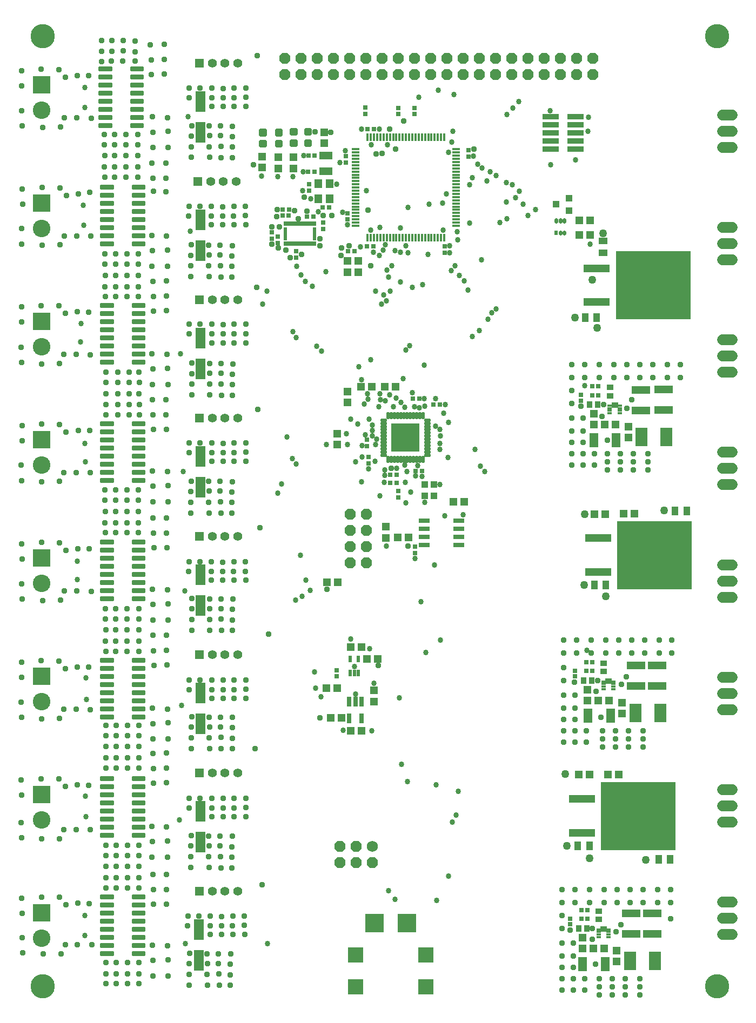
<source format=gbr>
G04 EAGLE Gerber RS-274X export*
G75*
%MOMM*%
%FSLAX34Y34*%
%LPD*%
%INSoldermask Top*%
%IPPOS*%
%AMOC8*
5,1,8,0,0,1.08239X$1,22.5*%
G01*
%ADD10R,0.803200X0.803200*%
%ADD11R,2.923200X1.163200*%
%ADD12R,0.903200X1.103200*%
%ADD13R,1.203200X1.303200*%
%ADD14R,1.473200X2.263200*%
%ADD15R,1.103200X0.903200*%
%ADD16R,1.303200X1.203200*%
%ADD17R,1.003200X1.403200*%
%ADD18R,1.403200X1.003200*%
%ADD19R,4.114800X1.193800*%
%ADD20R,11.658600X10.642600*%
%ADD21C,0.505344*%
%ADD22R,1.411200X1.411200*%
%ADD23C,1.411200*%
%ADD24R,1.300000X0.350000*%
%ADD25R,0.350000X1.300000*%
%ADD26R,2.603200X0.963200*%
%ADD27R,1.903200X3.003200*%
%ADD28C,0.353406*%
%ADD29R,1.103200X1.003200*%
%ADD30R,0.803200X0.703200*%
%ADD31R,0.703200X0.803200*%
%ADD32C,1.727200*%
%ADD33P,1.869504X8X202.500000*%
%ADD34C,1.727200*%
%ADD35R,0.660400X0.457200*%
%ADD36R,1.041400X0.914400*%
%ADD37R,2.903200X2.903200*%
%ADD38R,2.453200X2.453200*%
%ADD39C,0.384453*%
%ADD40R,4.403200X4.403200*%
%ADD41R,1.701800X0.736600*%
%ADD42R,0.623200X0.803200*%
%ADD43C,0.623200*%
%ADD44R,0.711200X1.524000*%
%ADD45R,0.508000X1.079500*%
%ADD46R,2.753200X2.753200*%
%ADD47C,2.753200*%
%ADD48R,1.003200X1.103200*%
%ADD49R,2.003200X1.203200*%
%ADD50R,1.303200X1.403200*%
%ADD51P,1.869504X8X292.500000*%
%ADD52R,1.603200X3.203200*%
%ADD53R,0.503200X0.728200*%
%ADD54R,0.628200X0.503200*%
%ADD55C,3.803200*%
%ADD56C,0.863600*%
%ADD57C,0.959600*%
%ADD58C,1.259600*%


D10*
X612568Y1056640D03*
X602568Y1056640D03*
D11*
X1101344Y738638D03*
X1101344Y771138D03*
X1136396Y739146D03*
X1136396Y771646D03*
D12*
X1020676Y747776D03*
X1033676Y747776D03*
D13*
X1081532Y696096D03*
X1081532Y713096D03*
D14*
X1062506Y691896D03*
X1027406Y691896D03*
D15*
X1052576Y761596D03*
X1052576Y774596D03*
D13*
X1027176Y733416D03*
X1027176Y716416D03*
X1071372Y263788D03*
X1071372Y280788D03*
D14*
X1053362Y260096D03*
X1018262Y260096D03*
D10*
X581152Y1093136D03*
X581152Y1083136D03*
D11*
X1093724Y306838D03*
X1093724Y339338D03*
X1126744Y306838D03*
X1126744Y339338D03*
D12*
X1011024Y315468D03*
X1024024Y315468D03*
D15*
X1042924Y329288D03*
X1042924Y342288D03*
D13*
X1017524Y301108D03*
X1017524Y284108D03*
D16*
X1043804Y-104648D03*
X1026804Y-104648D03*
D13*
X1063244Y-124832D03*
X1063244Y-107832D03*
D14*
X1045234Y-129032D03*
X1010134Y-129032D03*
D10*
X589708Y1113028D03*
X579708Y1113028D03*
D11*
X1086104Y-81782D03*
X1086104Y-49282D03*
X1119124Y-81782D03*
X1119124Y-49282D03*
D12*
X1003404Y-73152D03*
X1016404Y-73152D03*
D15*
X1035304Y-59332D03*
X1035304Y-46332D03*
D13*
X1009904Y-87512D03*
X1009904Y-104512D03*
D17*
X1172828Y581152D03*
X1154828Y581152D03*
X1146920Y35052D03*
X1128920Y35052D03*
X1046336Y464820D03*
X1028336Y464820D03*
D10*
X590216Y1138428D03*
X580216Y1138428D03*
X743792Y756920D03*
X753792Y756920D03*
X748364Y643636D03*
X758364Y643636D03*
X776304Y747776D03*
X786304Y747776D03*
X747268Y525192D03*
X747268Y515192D03*
X718232Y625348D03*
X708232Y625348D03*
X674624Y665908D03*
X674624Y655908D03*
X718232Y638048D03*
X708232Y638048D03*
X671576Y682832D03*
X671576Y692832D03*
D16*
X625212Y303022D03*
X608212Y303022D03*
D17*
X1032112Y883920D03*
X1014112Y883920D03*
D16*
X663566Y236474D03*
X646566Y236474D03*
D13*
X683006Y282584D03*
X683006Y299584D03*
D16*
X646820Y367792D03*
X663820Y367792D03*
D18*
X1041908Y986172D03*
X1041908Y1004172D03*
D17*
X1020428Y56388D03*
X1002428Y56388D03*
D16*
X1051424Y283972D03*
X1034424Y283972D03*
X1061076Y716280D03*
X1044076Y716280D03*
D19*
X1033907Y538464D03*
D20*
X1122680Y512064D03*
D19*
X1033907Y485664D03*
X1008507Y129524D03*
D20*
X1097280Y103124D03*
D19*
X1008507Y76724D03*
X1031875Y961628D03*
D20*
X1120648Y935228D03*
D19*
X1031875Y908828D03*
D21*
X512506Y1160072D02*
X505526Y1160072D01*
X512506Y1160072D02*
X512506Y1153092D01*
X505526Y1153092D01*
X505526Y1160072D01*
X505526Y1157892D02*
X512506Y1157892D01*
X512506Y1177612D02*
X505526Y1177612D01*
X512506Y1177612D02*
X512506Y1170632D01*
X505526Y1170632D01*
X505526Y1177612D01*
X505526Y1175432D02*
X512506Y1175432D01*
X530418Y1160072D02*
X537398Y1160072D01*
X537398Y1153092D01*
X530418Y1153092D01*
X530418Y1160072D01*
X530418Y1157892D02*
X537398Y1157892D01*
X537398Y1177612D02*
X530418Y1177612D01*
X537398Y1177612D02*
X537398Y1170632D01*
X530418Y1170632D01*
X530418Y1177612D01*
X530418Y1175432D02*
X537398Y1175432D01*
X553786Y1161088D02*
X560766Y1161088D01*
X560766Y1154108D01*
X553786Y1154108D01*
X553786Y1161088D01*
X553786Y1158908D02*
X560766Y1158908D01*
X560766Y1178628D02*
X553786Y1178628D01*
X560766Y1178628D02*
X560766Y1171648D01*
X553786Y1171648D01*
X553786Y1178628D01*
X553786Y1176448D02*
X560766Y1176448D01*
D22*
X409420Y1283120D03*
D23*
X429420Y1283120D03*
X449420Y1283120D03*
X469420Y1283120D03*
D22*
X406880Y1097700D03*
D23*
X426880Y1097700D03*
X446880Y1097700D03*
X466880Y1097700D03*
D22*
X409420Y726860D03*
D23*
X429420Y726860D03*
X449420Y726860D03*
X469420Y726860D03*
D22*
X409420Y541440D03*
D23*
X429420Y541440D03*
X449420Y541440D03*
X469420Y541440D03*
D22*
X409420Y356020D03*
D23*
X429420Y356020D03*
X449420Y356020D03*
X469420Y356020D03*
D22*
X409420Y170600D03*
D23*
X429420Y170600D03*
X449420Y170600D03*
X469420Y170600D03*
D22*
X409420Y-14820D03*
D23*
X429420Y-14820D03*
X449420Y-14820D03*
X469420Y-14820D03*
D24*
X654544Y1148136D03*
X654544Y1143136D03*
X654544Y1138136D03*
X654544Y1133136D03*
X654544Y1128136D03*
X654544Y1123136D03*
X654544Y1118136D03*
X654544Y1113136D03*
X654544Y1108136D03*
X654544Y1103136D03*
X654544Y1098136D03*
X654544Y1093136D03*
X654544Y1088136D03*
X654544Y1083136D03*
X654544Y1078136D03*
X654544Y1073136D03*
X654544Y1068136D03*
X654544Y1063136D03*
X654544Y1058136D03*
X654544Y1053136D03*
X654544Y1048136D03*
X654544Y1043136D03*
X654544Y1038136D03*
X654544Y1033136D03*
X654544Y1028136D03*
D25*
X673044Y1009636D03*
X678044Y1009636D03*
X683044Y1009636D03*
X688044Y1009636D03*
X693044Y1009636D03*
X698044Y1009636D03*
X703044Y1009636D03*
X708044Y1009636D03*
X713044Y1009636D03*
X718044Y1009636D03*
X723044Y1009636D03*
X728044Y1009636D03*
X733044Y1009636D03*
X738044Y1009636D03*
X743044Y1009636D03*
X748044Y1009636D03*
X753044Y1009636D03*
X758044Y1009636D03*
X763044Y1009636D03*
X768044Y1009636D03*
X773044Y1009636D03*
X778044Y1009636D03*
X783044Y1009636D03*
X788044Y1009636D03*
X793044Y1009636D03*
D24*
X811544Y1028136D03*
X811544Y1033136D03*
X811544Y1038136D03*
X811544Y1043136D03*
X811544Y1048136D03*
X811544Y1053136D03*
X811544Y1058136D03*
X811544Y1063136D03*
X811544Y1068136D03*
X811544Y1073136D03*
X811544Y1078136D03*
X811544Y1083136D03*
X811544Y1088136D03*
X811544Y1093136D03*
X811544Y1098136D03*
X811544Y1103136D03*
X811544Y1108136D03*
X811544Y1113136D03*
X811544Y1118136D03*
X811544Y1123136D03*
X811544Y1128136D03*
X811544Y1133136D03*
X811544Y1138136D03*
X811544Y1143136D03*
X811544Y1148136D03*
D25*
X793044Y1166636D03*
X788044Y1166636D03*
X783044Y1166636D03*
X778044Y1166636D03*
X773044Y1166636D03*
X768044Y1166636D03*
X763044Y1166636D03*
X758044Y1166636D03*
X753044Y1166636D03*
X748044Y1166636D03*
X743044Y1166636D03*
X738044Y1166636D03*
X733044Y1166636D03*
X728044Y1166636D03*
X723044Y1166636D03*
X718044Y1166636D03*
X713044Y1166636D03*
X708044Y1166636D03*
X703044Y1166636D03*
X698044Y1166636D03*
X693044Y1166636D03*
X688044Y1166636D03*
X683044Y1166636D03*
X678044Y1166636D03*
X673044Y1166636D03*
D26*
X998416Y1173480D03*
X998416Y1160780D03*
X998416Y1148080D03*
X998416Y1186180D03*
X998416Y1198880D03*
X959416Y1198880D03*
X959416Y1186180D03*
X959416Y1173480D03*
X959416Y1160780D03*
X959416Y1148080D03*
D22*
X409420Y912280D03*
D23*
X429420Y912280D03*
X449420Y912280D03*
X469420Y912280D03*
D27*
X1131512Y264668D03*
X1092512Y264668D03*
X1140656Y696976D03*
X1101656Y696976D03*
X1123384Y-123952D03*
X1084384Y-123952D03*
D28*
X271369Y1271561D02*
X253171Y1271561D01*
X253171Y1276059D01*
X271369Y1276059D01*
X271369Y1271561D01*
X271369Y1274918D02*
X253171Y1274918D01*
X253171Y1258861D02*
X271369Y1258861D01*
X253171Y1258861D02*
X253171Y1263359D01*
X271369Y1263359D01*
X271369Y1258861D01*
X271369Y1262218D02*
X253171Y1262218D01*
X253171Y1246161D02*
X271369Y1246161D01*
X253171Y1246161D02*
X253171Y1250659D01*
X271369Y1250659D01*
X271369Y1246161D01*
X271369Y1249518D02*
X253171Y1249518D01*
X253171Y1233461D02*
X271369Y1233461D01*
X253171Y1233461D02*
X253171Y1237959D01*
X271369Y1237959D01*
X271369Y1233461D01*
X271369Y1236818D02*
X253171Y1236818D01*
X253171Y1220761D02*
X271369Y1220761D01*
X253171Y1220761D02*
X253171Y1225259D01*
X271369Y1225259D01*
X271369Y1220761D01*
X271369Y1224118D02*
X253171Y1224118D01*
X253171Y1208061D02*
X271369Y1208061D01*
X253171Y1208061D02*
X253171Y1212559D01*
X271369Y1212559D01*
X271369Y1208061D01*
X271369Y1211418D02*
X253171Y1211418D01*
X253171Y1195361D02*
X271369Y1195361D01*
X253171Y1195361D02*
X253171Y1199859D01*
X271369Y1199859D01*
X271369Y1195361D01*
X271369Y1198718D02*
X253171Y1198718D01*
X253171Y1182661D02*
X271369Y1182661D01*
X253171Y1182661D02*
X253171Y1187159D01*
X271369Y1187159D01*
X271369Y1182661D01*
X271369Y1186018D02*
X253171Y1186018D01*
X302671Y1182661D02*
X320869Y1182661D01*
X302671Y1182661D02*
X302671Y1187159D01*
X320869Y1187159D01*
X320869Y1182661D01*
X320869Y1186018D02*
X302671Y1186018D01*
X302671Y1195361D02*
X320869Y1195361D01*
X302671Y1195361D02*
X302671Y1199859D01*
X320869Y1199859D01*
X320869Y1195361D01*
X320869Y1198718D02*
X302671Y1198718D01*
X302671Y1208061D02*
X320869Y1208061D01*
X302671Y1208061D02*
X302671Y1212559D01*
X320869Y1212559D01*
X320869Y1208061D01*
X320869Y1211418D02*
X302671Y1211418D01*
X302671Y1220761D02*
X320869Y1220761D01*
X302671Y1220761D02*
X302671Y1225259D01*
X320869Y1225259D01*
X320869Y1220761D01*
X320869Y1224118D02*
X302671Y1224118D01*
X302671Y1233461D02*
X320869Y1233461D01*
X302671Y1233461D02*
X302671Y1237959D01*
X320869Y1237959D01*
X320869Y1233461D01*
X320869Y1236818D02*
X302671Y1236818D01*
X302671Y1246161D02*
X320869Y1246161D01*
X302671Y1246161D02*
X302671Y1250659D01*
X320869Y1250659D01*
X320869Y1246161D01*
X320869Y1249518D02*
X302671Y1249518D01*
X302671Y1258861D02*
X320869Y1258861D01*
X302671Y1258861D02*
X302671Y1263359D01*
X320869Y1263359D01*
X320869Y1258861D01*
X320869Y1262218D02*
X302671Y1262218D01*
X302671Y1271561D02*
X320869Y1271561D01*
X302671Y1271561D02*
X302671Y1276059D01*
X320869Y1276059D01*
X320869Y1271561D01*
X320869Y1274918D02*
X302671Y1274918D01*
X273909Y1086141D02*
X255711Y1086141D01*
X255711Y1090639D01*
X273909Y1090639D01*
X273909Y1086141D01*
X273909Y1089498D02*
X255711Y1089498D01*
X255711Y1073441D02*
X273909Y1073441D01*
X255711Y1073441D02*
X255711Y1077939D01*
X273909Y1077939D01*
X273909Y1073441D01*
X273909Y1076798D02*
X255711Y1076798D01*
X255711Y1060741D02*
X273909Y1060741D01*
X255711Y1060741D02*
X255711Y1065239D01*
X273909Y1065239D01*
X273909Y1060741D01*
X273909Y1064098D02*
X255711Y1064098D01*
X255711Y1048041D02*
X273909Y1048041D01*
X255711Y1048041D02*
X255711Y1052539D01*
X273909Y1052539D01*
X273909Y1048041D01*
X273909Y1051398D02*
X255711Y1051398D01*
X255711Y1035341D02*
X273909Y1035341D01*
X255711Y1035341D02*
X255711Y1039839D01*
X273909Y1039839D01*
X273909Y1035341D01*
X273909Y1038698D02*
X255711Y1038698D01*
X255711Y1022641D02*
X273909Y1022641D01*
X255711Y1022641D02*
X255711Y1027139D01*
X273909Y1027139D01*
X273909Y1022641D01*
X273909Y1025998D02*
X255711Y1025998D01*
X255711Y1009941D02*
X273909Y1009941D01*
X255711Y1009941D02*
X255711Y1014439D01*
X273909Y1014439D01*
X273909Y1009941D01*
X273909Y1013298D02*
X255711Y1013298D01*
X255711Y997241D02*
X273909Y997241D01*
X255711Y997241D02*
X255711Y1001739D01*
X273909Y1001739D01*
X273909Y997241D01*
X273909Y1000598D02*
X255711Y1000598D01*
X305211Y997241D02*
X323409Y997241D01*
X305211Y997241D02*
X305211Y1001739D01*
X323409Y1001739D01*
X323409Y997241D01*
X323409Y1000598D02*
X305211Y1000598D01*
X305211Y1009941D02*
X323409Y1009941D01*
X305211Y1009941D02*
X305211Y1014439D01*
X323409Y1014439D01*
X323409Y1009941D01*
X323409Y1013298D02*
X305211Y1013298D01*
X305211Y1022641D02*
X323409Y1022641D01*
X305211Y1022641D02*
X305211Y1027139D01*
X323409Y1027139D01*
X323409Y1022641D01*
X323409Y1025998D02*
X305211Y1025998D01*
X305211Y1035341D02*
X323409Y1035341D01*
X305211Y1035341D02*
X305211Y1039839D01*
X323409Y1039839D01*
X323409Y1035341D01*
X323409Y1038698D02*
X305211Y1038698D01*
X305211Y1048041D02*
X323409Y1048041D01*
X305211Y1048041D02*
X305211Y1052539D01*
X323409Y1052539D01*
X323409Y1048041D01*
X323409Y1051398D02*
X305211Y1051398D01*
X305211Y1060741D02*
X323409Y1060741D01*
X305211Y1060741D02*
X305211Y1065239D01*
X323409Y1065239D01*
X323409Y1060741D01*
X323409Y1064098D02*
X305211Y1064098D01*
X305211Y1073441D02*
X323409Y1073441D01*
X305211Y1073441D02*
X305211Y1077939D01*
X323409Y1077939D01*
X323409Y1073441D01*
X323409Y1076798D02*
X305211Y1076798D01*
X305211Y1086141D02*
X323409Y1086141D01*
X305211Y1086141D02*
X305211Y1090639D01*
X323409Y1090639D01*
X323409Y1086141D01*
X323409Y1089498D02*
X305211Y1089498D01*
X273909Y900721D02*
X255711Y900721D01*
X255711Y905219D01*
X273909Y905219D01*
X273909Y900721D01*
X273909Y904078D02*
X255711Y904078D01*
X255711Y888021D02*
X273909Y888021D01*
X255711Y888021D02*
X255711Y892519D01*
X273909Y892519D01*
X273909Y888021D01*
X273909Y891378D02*
X255711Y891378D01*
X255711Y875321D02*
X273909Y875321D01*
X255711Y875321D02*
X255711Y879819D01*
X273909Y879819D01*
X273909Y875321D01*
X273909Y878678D02*
X255711Y878678D01*
X255711Y862621D02*
X273909Y862621D01*
X255711Y862621D02*
X255711Y867119D01*
X273909Y867119D01*
X273909Y862621D01*
X273909Y865978D02*
X255711Y865978D01*
X255711Y849921D02*
X273909Y849921D01*
X255711Y849921D02*
X255711Y854419D01*
X273909Y854419D01*
X273909Y849921D01*
X273909Y853278D02*
X255711Y853278D01*
X255711Y837221D02*
X273909Y837221D01*
X255711Y837221D02*
X255711Y841719D01*
X273909Y841719D01*
X273909Y837221D01*
X273909Y840578D02*
X255711Y840578D01*
X255711Y824521D02*
X273909Y824521D01*
X255711Y824521D02*
X255711Y829019D01*
X273909Y829019D01*
X273909Y824521D01*
X273909Y827878D02*
X255711Y827878D01*
X255711Y811821D02*
X273909Y811821D01*
X255711Y811821D02*
X255711Y816319D01*
X273909Y816319D01*
X273909Y811821D01*
X273909Y815178D02*
X255711Y815178D01*
X305211Y811821D02*
X323409Y811821D01*
X305211Y811821D02*
X305211Y816319D01*
X323409Y816319D01*
X323409Y811821D01*
X323409Y815178D02*
X305211Y815178D01*
X305211Y824521D02*
X323409Y824521D01*
X305211Y824521D02*
X305211Y829019D01*
X323409Y829019D01*
X323409Y824521D01*
X323409Y827878D02*
X305211Y827878D01*
X305211Y837221D02*
X323409Y837221D01*
X305211Y837221D02*
X305211Y841719D01*
X323409Y841719D01*
X323409Y837221D01*
X323409Y840578D02*
X305211Y840578D01*
X305211Y849921D02*
X323409Y849921D01*
X305211Y849921D02*
X305211Y854419D01*
X323409Y854419D01*
X323409Y849921D01*
X323409Y853278D02*
X305211Y853278D01*
X305211Y862621D02*
X323409Y862621D01*
X305211Y862621D02*
X305211Y867119D01*
X323409Y867119D01*
X323409Y862621D01*
X323409Y865978D02*
X305211Y865978D01*
X305211Y875321D02*
X323409Y875321D01*
X305211Y875321D02*
X305211Y879819D01*
X323409Y879819D01*
X323409Y875321D01*
X323409Y878678D02*
X305211Y878678D01*
X305211Y888021D02*
X323409Y888021D01*
X305211Y888021D02*
X305211Y892519D01*
X323409Y892519D01*
X323409Y888021D01*
X323409Y891378D02*
X305211Y891378D01*
X305211Y900721D02*
X323409Y900721D01*
X305211Y900721D02*
X305211Y905219D01*
X323409Y905219D01*
X323409Y900721D01*
X323409Y904078D02*
X305211Y904078D01*
X273909Y715301D02*
X255711Y715301D01*
X255711Y719799D01*
X273909Y719799D01*
X273909Y715301D01*
X273909Y718658D02*
X255711Y718658D01*
X255711Y702601D02*
X273909Y702601D01*
X255711Y702601D02*
X255711Y707099D01*
X273909Y707099D01*
X273909Y702601D01*
X273909Y705958D02*
X255711Y705958D01*
X255711Y689901D02*
X273909Y689901D01*
X255711Y689901D02*
X255711Y694399D01*
X273909Y694399D01*
X273909Y689901D01*
X273909Y693258D02*
X255711Y693258D01*
X255711Y677201D02*
X273909Y677201D01*
X255711Y677201D02*
X255711Y681699D01*
X273909Y681699D01*
X273909Y677201D01*
X273909Y680558D02*
X255711Y680558D01*
X255711Y664501D02*
X273909Y664501D01*
X255711Y664501D02*
X255711Y668999D01*
X273909Y668999D01*
X273909Y664501D01*
X273909Y667858D02*
X255711Y667858D01*
X255711Y651801D02*
X273909Y651801D01*
X255711Y651801D02*
X255711Y656299D01*
X273909Y656299D01*
X273909Y651801D01*
X273909Y655158D02*
X255711Y655158D01*
X255711Y639101D02*
X273909Y639101D01*
X255711Y639101D02*
X255711Y643599D01*
X273909Y643599D01*
X273909Y639101D01*
X273909Y642458D02*
X255711Y642458D01*
X255711Y626401D02*
X273909Y626401D01*
X255711Y626401D02*
X255711Y630899D01*
X273909Y630899D01*
X273909Y626401D01*
X273909Y629758D02*
X255711Y629758D01*
X305211Y626401D02*
X323409Y626401D01*
X305211Y626401D02*
X305211Y630899D01*
X323409Y630899D01*
X323409Y626401D01*
X323409Y629758D02*
X305211Y629758D01*
X305211Y639101D02*
X323409Y639101D01*
X305211Y639101D02*
X305211Y643599D01*
X323409Y643599D01*
X323409Y639101D01*
X323409Y642458D02*
X305211Y642458D01*
X305211Y651801D02*
X323409Y651801D01*
X305211Y651801D02*
X305211Y656299D01*
X323409Y656299D01*
X323409Y651801D01*
X323409Y655158D02*
X305211Y655158D01*
X305211Y664501D02*
X323409Y664501D01*
X305211Y664501D02*
X305211Y668999D01*
X323409Y668999D01*
X323409Y664501D01*
X323409Y667858D02*
X305211Y667858D01*
X305211Y677201D02*
X323409Y677201D01*
X305211Y677201D02*
X305211Y681699D01*
X323409Y681699D01*
X323409Y677201D01*
X323409Y680558D02*
X305211Y680558D01*
X305211Y689901D02*
X323409Y689901D01*
X305211Y689901D02*
X305211Y694399D01*
X323409Y694399D01*
X323409Y689901D01*
X323409Y693258D02*
X305211Y693258D01*
X305211Y702601D02*
X323409Y702601D01*
X305211Y702601D02*
X305211Y707099D01*
X323409Y707099D01*
X323409Y702601D01*
X323409Y705958D02*
X305211Y705958D01*
X305211Y715301D02*
X323409Y715301D01*
X305211Y715301D02*
X305211Y719799D01*
X323409Y719799D01*
X323409Y715301D01*
X323409Y718658D02*
X305211Y718658D01*
X273909Y529881D02*
X255711Y529881D01*
X255711Y534379D01*
X273909Y534379D01*
X273909Y529881D01*
X273909Y533238D02*
X255711Y533238D01*
X255711Y517181D02*
X273909Y517181D01*
X255711Y517181D02*
X255711Y521679D01*
X273909Y521679D01*
X273909Y517181D01*
X273909Y520538D02*
X255711Y520538D01*
X255711Y504481D02*
X273909Y504481D01*
X255711Y504481D02*
X255711Y508979D01*
X273909Y508979D01*
X273909Y504481D01*
X273909Y507838D02*
X255711Y507838D01*
X255711Y491781D02*
X273909Y491781D01*
X255711Y491781D02*
X255711Y496279D01*
X273909Y496279D01*
X273909Y491781D01*
X273909Y495138D02*
X255711Y495138D01*
X255711Y479081D02*
X273909Y479081D01*
X255711Y479081D02*
X255711Y483579D01*
X273909Y483579D01*
X273909Y479081D01*
X273909Y482438D02*
X255711Y482438D01*
X255711Y466381D02*
X273909Y466381D01*
X255711Y466381D02*
X255711Y470879D01*
X273909Y470879D01*
X273909Y466381D01*
X273909Y469738D02*
X255711Y469738D01*
X255711Y453681D02*
X273909Y453681D01*
X255711Y453681D02*
X255711Y458179D01*
X273909Y458179D01*
X273909Y453681D01*
X273909Y457038D02*
X255711Y457038D01*
X255711Y440981D02*
X273909Y440981D01*
X255711Y440981D02*
X255711Y445479D01*
X273909Y445479D01*
X273909Y440981D01*
X273909Y444338D02*
X255711Y444338D01*
X305211Y440981D02*
X323409Y440981D01*
X305211Y440981D02*
X305211Y445479D01*
X323409Y445479D01*
X323409Y440981D01*
X323409Y444338D02*
X305211Y444338D01*
X305211Y453681D02*
X323409Y453681D01*
X305211Y453681D02*
X305211Y458179D01*
X323409Y458179D01*
X323409Y453681D01*
X323409Y457038D02*
X305211Y457038D01*
X305211Y466381D02*
X323409Y466381D01*
X305211Y466381D02*
X305211Y470879D01*
X323409Y470879D01*
X323409Y466381D01*
X323409Y469738D02*
X305211Y469738D01*
X305211Y479081D02*
X323409Y479081D01*
X305211Y479081D02*
X305211Y483579D01*
X323409Y483579D01*
X323409Y479081D01*
X323409Y482438D02*
X305211Y482438D01*
X305211Y491781D02*
X323409Y491781D01*
X305211Y491781D02*
X305211Y496279D01*
X323409Y496279D01*
X323409Y491781D01*
X323409Y495138D02*
X305211Y495138D01*
X305211Y504481D02*
X323409Y504481D01*
X305211Y504481D02*
X305211Y508979D01*
X323409Y508979D01*
X323409Y504481D01*
X323409Y507838D02*
X305211Y507838D01*
X305211Y517181D02*
X323409Y517181D01*
X305211Y517181D02*
X305211Y521679D01*
X323409Y521679D01*
X323409Y517181D01*
X323409Y520538D02*
X305211Y520538D01*
X305211Y529881D02*
X323409Y529881D01*
X305211Y529881D02*
X305211Y534379D01*
X323409Y534379D01*
X323409Y529881D01*
X323409Y533238D02*
X305211Y533238D01*
X273909Y344461D02*
X255711Y344461D01*
X255711Y348959D01*
X273909Y348959D01*
X273909Y344461D01*
X273909Y347818D02*
X255711Y347818D01*
X255711Y331761D02*
X273909Y331761D01*
X255711Y331761D02*
X255711Y336259D01*
X273909Y336259D01*
X273909Y331761D01*
X273909Y335118D02*
X255711Y335118D01*
X255711Y319061D02*
X273909Y319061D01*
X255711Y319061D02*
X255711Y323559D01*
X273909Y323559D01*
X273909Y319061D01*
X273909Y322418D02*
X255711Y322418D01*
X255711Y306361D02*
X273909Y306361D01*
X255711Y306361D02*
X255711Y310859D01*
X273909Y310859D01*
X273909Y306361D01*
X273909Y309718D02*
X255711Y309718D01*
X255711Y293661D02*
X273909Y293661D01*
X255711Y293661D02*
X255711Y298159D01*
X273909Y298159D01*
X273909Y293661D01*
X273909Y297018D02*
X255711Y297018D01*
X255711Y280961D02*
X273909Y280961D01*
X255711Y280961D02*
X255711Y285459D01*
X273909Y285459D01*
X273909Y280961D01*
X273909Y284318D02*
X255711Y284318D01*
X255711Y268261D02*
X273909Y268261D01*
X255711Y268261D02*
X255711Y272759D01*
X273909Y272759D01*
X273909Y268261D01*
X273909Y271618D02*
X255711Y271618D01*
X255711Y255561D02*
X273909Y255561D01*
X255711Y255561D02*
X255711Y260059D01*
X273909Y260059D01*
X273909Y255561D01*
X273909Y258918D02*
X255711Y258918D01*
X305211Y255561D02*
X323409Y255561D01*
X305211Y255561D02*
X305211Y260059D01*
X323409Y260059D01*
X323409Y255561D01*
X323409Y258918D02*
X305211Y258918D01*
X305211Y268261D02*
X323409Y268261D01*
X305211Y268261D02*
X305211Y272759D01*
X323409Y272759D01*
X323409Y268261D01*
X323409Y271618D02*
X305211Y271618D01*
X305211Y280961D02*
X323409Y280961D01*
X305211Y280961D02*
X305211Y285459D01*
X323409Y285459D01*
X323409Y280961D01*
X323409Y284318D02*
X305211Y284318D01*
X305211Y293661D02*
X323409Y293661D01*
X305211Y293661D02*
X305211Y298159D01*
X323409Y298159D01*
X323409Y293661D01*
X323409Y297018D02*
X305211Y297018D01*
X305211Y306361D02*
X323409Y306361D01*
X305211Y306361D02*
X305211Y310859D01*
X323409Y310859D01*
X323409Y306361D01*
X323409Y309718D02*
X305211Y309718D01*
X305211Y319061D02*
X323409Y319061D01*
X305211Y319061D02*
X305211Y323559D01*
X323409Y323559D01*
X323409Y319061D01*
X323409Y322418D02*
X305211Y322418D01*
X305211Y331761D02*
X323409Y331761D01*
X305211Y331761D02*
X305211Y336259D01*
X323409Y336259D01*
X323409Y331761D01*
X323409Y335118D02*
X305211Y335118D01*
X305211Y344461D02*
X323409Y344461D01*
X305211Y344461D02*
X305211Y348959D01*
X323409Y348959D01*
X323409Y344461D01*
X323409Y347818D02*
X305211Y347818D01*
X273909Y159041D02*
X255711Y159041D01*
X255711Y163539D01*
X273909Y163539D01*
X273909Y159041D01*
X273909Y162398D02*
X255711Y162398D01*
X255711Y146341D02*
X273909Y146341D01*
X255711Y146341D02*
X255711Y150839D01*
X273909Y150839D01*
X273909Y146341D01*
X273909Y149698D02*
X255711Y149698D01*
X255711Y133641D02*
X273909Y133641D01*
X255711Y133641D02*
X255711Y138139D01*
X273909Y138139D01*
X273909Y133641D01*
X273909Y136998D02*
X255711Y136998D01*
X255711Y120941D02*
X273909Y120941D01*
X255711Y120941D02*
X255711Y125439D01*
X273909Y125439D01*
X273909Y120941D01*
X273909Y124298D02*
X255711Y124298D01*
X255711Y108241D02*
X273909Y108241D01*
X255711Y108241D02*
X255711Y112739D01*
X273909Y112739D01*
X273909Y108241D01*
X273909Y111598D02*
X255711Y111598D01*
X255711Y95541D02*
X273909Y95541D01*
X255711Y95541D02*
X255711Y100039D01*
X273909Y100039D01*
X273909Y95541D01*
X273909Y98898D02*
X255711Y98898D01*
X255711Y82841D02*
X273909Y82841D01*
X255711Y82841D02*
X255711Y87339D01*
X273909Y87339D01*
X273909Y82841D01*
X273909Y86198D02*
X255711Y86198D01*
X255711Y70141D02*
X273909Y70141D01*
X255711Y70141D02*
X255711Y74639D01*
X273909Y74639D01*
X273909Y70141D01*
X273909Y73498D02*
X255711Y73498D01*
X305211Y70141D02*
X323409Y70141D01*
X305211Y70141D02*
X305211Y74639D01*
X323409Y74639D01*
X323409Y70141D01*
X323409Y73498D02*
X305211Y73498D01*
X305211Y82841D02*
X323409Y82841D01*
X305211Y82841D02*
X305211Y87339D01*
X323409Y87339D01*
X323409Y82841D01*
X323409Y86198D02*
X305211Y86198D01*
X305211Y95541D02*
X323409Y95541D01*
X305211Y95541D02*
X305211Y100039D01*
X323409Y100039D01*
X323409Y95541D01*
X323409Y98898D02*
X305211Y98898D01*
X305211Y108241D02*
X323409Y108241D01*
X305211Y108241D02*
X305211Y112739D01*
X323409Y112739D01*
X323409Y108241D01*
X323409Y111598D02*
X305211Y111598D01*
X305211Y120941D02*
X323409Y120941D01*
X305211Y120941D02*
X305211Y125439D01*
X323409Y125439D01*
X323409Y120941D01*
X323409Y124298D02*
X305211Y124298D01*
X305211Y133641D02*
X323409Y133641D01*
X305211Y133641D02*
X305211Y138139D01*
X323409Y138139D01*
X323409Y133641D01*
X323409Y136998D02*
X305211Y136998D01*
X305211Y146341D02*
X323409Y146341D01*
X305211Y146341D02*
X305211Y150839D01*
X323409Y150839D01*
X323409Y146341D01*
X323409Y149698D02*
X305211Y149698D01*
X305211Y159041D02*
X323409Y159041D01*
X305211Y159041D02*
X305211Y163539D01*
X323409Y163539D01*
X323409Y159041D01*
X323409Y162398D02*
X305211Y162398D01*
X273909Y-26379D02*
X255711Y-26379D01*
X255711Y-21881D01*
X273909Y-21881D01*
X273909Y-26379D01*
X273909Y-23022D02*
X255711Y-23022D01*
X255711Y-39079D02*
X273909Y-39079D01*
X255711Y-39079D02*
X255711Y-34581D01*
X273909Y-34581D01*
X273909Y-39079D01*
X273909Y-35722D02*
X255711Y-35722D01*
X255711Y-51779D02*
X273909Y-51779D01*
X255711Y-51779D02*
X255711Y-47281D01*
X273909Y-47281D01*
X273909Y-51779D01*
X273909Y-48422D02*
X255711Y-48422D01*
X255711Y-64479D02*
X273909Y-64479D01*
X255711Y-64479D02*
X255711Y-59981D01*
X273909Y-59981D01*
X273909Y-64479D01*
X273909Y-61122D02*
X255711Y-61122D01*
X255711Y-77179D02*
X273909Y-77179D01*
X255711Y-77179D02*
X255711Y-72681D01*
X273909Y-72681D01*
X273909Y-77179D01*
X273909Y-73822D02*
X255711Y-73822D01*
X255711Y-89879D02*
X273909Y-89879D01*
X255711Y-89879D02*
X255711Y-85381D01*
X273909Y-85381D01*
X273909Y-89879D01*
X273909Y-86522D02*
X255711Y-86522D01*
X255711Y-102579D02*
X273909Y-102579D01*
X255711Y-102579D02*
X255711Y-98081D01*
X273909Y-98081D01*
X273909Y-102579D01*
X273909Y-99222D02*
X255711Y-99222D01*
X255711Y-115279D02*
X273909Y-115279D01*
X255711Y-115279D02*
X255711Y-110781D01*
X273909Y-110781D01*
X273909Y-115279D01*
X273909Y-111922D02*
X255711Y-111922D01*
X305211Y-115279D02*
X323409Y-115279D01*
X305211Y-115279D02*
X305211Y-110781D01*
X323409Y-110781D01*
X323409Y-115279D01*
X323409Y-111922D02*
X305211Y-111922D01*
X305211Y-102579D02*
X323409Y-102579D01*
X305211Y-102579D02*
X305211Y-98081D01*
X323409Y-98081D01*
X323409Y-102579D01*
X323409Y-99222D02*
X305211Y-99222D01*
X305211Y-89879D02*
X323409Y-89879D01*
X305211Y-89879D02*
X305211Y-85381D01*
X323409Y-85381D01*
X323409Y-89879D01*
X323409Y-86522D02*
X305211Y-86522D01*
X305211Y-77179D02*
X323409Y-77179D01*
X305211Y-77179D02*
X305211Y-72681D01*
X323409Y-72681D01*
X323409Y-77179D01*
X323409Y-73822D02*
X305211Y-73822D01*
X305211Y-64479D02*
X323409Y-64479D01*
X305211Y-64479D02*
X305211Y-59981D01*
X323409Y-59981D01*
X323409Y-64479D01*
X323409Y-61122D02*
X305211Y-61122D01*
X305211Y-51779D02*
X323409Y-51779D01*
X305211Y-51779D02*
X305211Y-47281D01*
X323409Y-47281D01*
X323409Y-51779D01*
X323409Y-48422D02*
X305211Y-48422D01*
X305211Y-39079D02*
X323409Y-39079D01*
X305211Y-39079D02*
X305211Y-34581D01*
X323409Y-34581D01*
X323409Y-39079D01*
X323409Y-35722D02*
X305211Y-35722D01*
X305211Y-26379D02*
X323409Y-26379D01*
X305211Y-26379D02*
X305211Y-21881D01*
X323409Y-21881D01*
X323409Y-26379D01*
X323409Y-23022D02*
X305211Y-23022D01*
D29*
X988916Y1052220D03*
X988916Y1071220D03*
X967916Y1061720D03*
D13*
X556768Y1118244D03*
X556768Y1135244D03*
X701548Y556124D03*
X701548Y539124D03*
D16*
X736972Y539496D03*
X719972Y539496D03*
D30*
X997712Y321616D03*
X997712Y330656D03*
D31*
X1015544Y330200D03*
X1024584Y330200D03*
X1015544Y344424D03*
X1024584Y344424D03*
D13*
X532892Y1118244D03*
X532892Y1135244D03*
D30*
X990092Y-67004D03*
X990092Y-57964D03*
D31*
X1007924Y-58420D03*
X1016964Y-58420D03*
X1007924Y-44196D03*
X1016964Y-44196D03*
D16*
X1074048Y576580D03*
X1091048Y576580D03*
X1028328Y576072D03*
X1045328Y576072D03*
X1049156Y168148D03*
X1066156Y168148D03*
X1003944Y167640D03*
X1020944Y167640D03*
X824348Y595884D03*
X807348Y595884D03*
X626228Y469392D03*
X609228Y469392D03*
D13*
X507492Y1119260D03*
X507492Y1136260D03*
D10*
X721360Y612060D03*
X721360Y602060D03*
D30*
X1006856Y753924D03*
X1006856Y762964D03*
D31*
X1025196Y762508D03*
X1034236Y762508D03*
X1025196Y776732D03*
X1034236Y776732D03*
D32*
X1229360Y1151128D02*
X1244600Y1151128D01*
X1244600Y1176528D02*
X1229360Y1176528D01*
X1229360Y1201928D02*
X1244600Y1201928D01*
X1244600Y974852D02*
X1229360Y974852D01*
X1229360Y1000252D02*
X1244600Y1000252D01*
X1244600Y1025652D02*
X1229360Y1025652D01*
X1229360Y798576D02*
X1244600Y798576D01*
X1244600Y823976D02*
X1229360Y823976D01*
X1229360Y849376D02*
X1244600Y849376D01*
X1244600Y622300D02*
X1229360Y622300D01*
X1229360Y647700D02*
X1244600Y647700D01*
X1244600Y673100D02*
X1229360Y673100D01*
X1229360Y446024D02*
X1244600Y446024D01*
X1244600Y471424D02*
X1229360Y471424D01*
X1229360Y496824D02*
X1244600Y496824D01*
X1244600Y269748D02*
X1229360Y269748D01*
X1229360Y295148D02*
X1244600Y295148D01*
X1244600Y320548D02*
X1229360Y320548D01*
X1229360Y93472D02*
X1244600Y93472D01*
X1244600Y118872D02*
X1229360Y118872D01*
X1229360Y144272D02*
X1244600Y144272D01*
X1244600Y-82804D02*
X1229360Y-82804D01*
X1229360Y-57404D02*
X1244600Y-57404D01*
X1244600Y-32004D02*
X1229360Y-32004D01*
D33*
X1026160Y1290320D03*
X1000760Y1290320D03*
X975360Y1290320D03*
X949960Y1290320D03*
X924560Y1290320D03*
X899160Y1290320D03*
X1026160Y1264920D03*
X1000760Y1264920D03*
X975360Y1264920D03*
X949960Y1264920D03*
X924560Y1264920D03*
X899160Y1264920D03*
X873760Y1290320D03*
X873760Y1264920D03*
X848360Y1290320D03*
X822960Y1290320D03*
X797560Y1290320D03*
X772160Y1290320D03*
X746760Y1290320D03*
X721360Y1290320D03*
X848360Y1264920D03*
X822960Y1264920D03*
X797560Y1264920D03*
X772160Y1264920D03*
X746760Y1264920D03*
X721360Y1264920D03*
X695960Y1290320D03*
X695960Y1264920D03*
X670560Y1290320D03*
X645160Y1290320D03*
X619760Y1290320D03*
X594360Y1290320D03*
X568960Y1290320D03*
X543560Y1290320D03*
X670560Y1264920D03*
X645160Y1264920D03*
X619760Y1264920D03*
X594360Y1264920D03*
X568960Y1264920D03*
X543560Y1264920D03*
D34*
X680212Y55372D03*
D33*
X654812Y55372D03*
X629412Y55372D03*
X680212Y29972D03*
X654812Y29972D03*
X629412Y29972D03*
D35*
X1067946Y734156D03*
X1067946Y738156D03*
X1067946Y742156D03*
X1067946Y746156D03*
X1052446Y746156D03*
X1052446Y742156D03*
X1052446Y738156D03*
X1052446Y734156D03*
D36*
X1060196Y746636D03*
D37*
X734168Y-65024D03*
X684168Y-65024D03*
D38*
X764168Y-115024D03*
X654168Y-115024D03*
X654168Y-165024D03*
X764168Y-165024D03*
D39*
X759134Y727524D02*
X759134Y734112D01*
X759922Y734112D01*
X759922Y727524D01*
X759134Y727524D01*
X759134Y731177D02*
X759922Y731177D01*
X754134Y734112D02*
X754134Y727524D01*
X754134Y734112D02*
X754922Y734112D01*
X754922Y727524D01*
X754134Y727524D01*
X754134Y731177D02*
X754922Y731177D01*
X749134Y734112D02*
X749134Y727524D01*
X749134Y734112D02*
X749922Y734112D01*
X749922Y727524D01*
X749134Y727524D01*
X749134Y731177D02*
X749922Y731177D01*
X744134Y734112D02*
X744134Y727524D01*
X744134Y734112D02*
X744922Y734112D01*
X744922Y727524D01*
X744134Y727524D01*
X744134Y731177D02*
X744922Y731177D01*
X739134Y734112D02*
X739134Y727524D01*
X739134Y734112D02*
X739922Y734112D01*
X739922Y727524D01*
X739134Y727524D01*
X739134Y731177D02*
X739922Y731177D01*
X734134Y734112D02*
X734134Y727524D01*
X734134Y734112D02*
X734922Y734112D01*
X734922Y727524D01*
X734134Y727524D01*
X734134Y731177D02*
X734922Y731177D01*
X729134Y734112D02*
X729134Y727524D01*
X729134Y734112D02*
X729922Y734112D01*
X729922Y727524D01*
X729134Y727524D01*
X729134Y731177D02*
X729922Y731177D01*
X724134Y734112D02*
X724134Y727524D01*
X724134Y734112D02*
X724922Y734112D01*
X724922Y727524D01*
X724134Y727524D01*
X724134Y731177D02*
X724922Y731177D01*
X719134Y734112D02*
X719134Y727524D01*
X719134Y734112D02*
X719922Y734112D01*
X719922Y727524D01*
X719134Y727524D01*
X719134Y731177D02*
X719922Y731177D01*
X714134Y734112D02*
X714134Y727524D01*
X714134Y734112D02*
X714922Y734112D01*
X714922Y727524D01*
X714134Y727524D01*
X714134Y731177D02*
X714922Y731177D01*
X709134Y734112D02*
X709134Y727524D01*
X709134Y734112D02*
X709922Y734112D01*
X709922Y727524D01*
X709134Y727524D01*
X709134Y731177D02*
X709922Y731177D01*
X704134Y734112D02*
X704134Y727524D01*
X704134Y734112D02*
X704922Y734112D01*
X704922Y727524D01*
X704134Y727524D01*
X704134Y731177D02*
X704922Y731177D01*
X700972Y723574D02*
X694384Y723574D01*
X694384Y724362D01*
X700972Y724362D01*
X700972Y723574D01*
X700972Y718574D02*
X694384Y718574D01*
X694384Y719362D01*
X700972Y719362D01*
X700972Y718574D01*
X700972Y713574D02*
X694384Y713574D01*
X694384Y714362D01*
X700972Y714362D01*
X700972Y713574D01*
X700972Y708574D02*
X694384Y708574D01*
X694384Y709362D01*
X700972Y709362D01*
X700972Y708574D01*
X700972Y703574D02*
X694384Y703574D01*
X694384Y704362D01*
X700972Y704362D01*
X700972Y703574D01*
X700972Y698574D02*
X694384Y698574D01*
X694384Y699362D01*
X700972Y699362D01*
X700972Y698574D01*
X700972Y693574D02*
X694384Y693574D01*
X694384Y694362D01*
X700972Y694362D01*
X700972Y693574D01*
X700972Y688574D02*
X694384Y688574D01*
X694384Y689362D01*
X700972Y689362D01*
X700972Y688574D01*
X700972Y683574D02*
X694384Y683574D01*
X694384Y684362D01*
X700972Y684362D01*
X700972Y683574D01*
X700972Y678574D02*
X694384Y678574D01*
X694384Y679362D01*
X700972Y679362D01*
X700972Y678574D01*
X700972Y673574D02*
X694384Y673574D01*
X694384Y674362D01*
X700972Y674362D01*
X700972Y673574D01*
X700972Y668574D02*
X694384Y668574D01*
X694384Y669362D01*
X700972Y669362D01*
X700972Y668574D01*
X704922Y665412D02*
X704922Y658824D01*
X704134Y658824D01*
X704134Y665412D01*
X704922Y665412D01*
X704922Y662477D02*
X704134Y662477D01*
X709922Y665412D02*
X709922Y658824D01*
X709134Y658824D01*
X709134Y665412D01*
X709922Y665412D01*
X709922Y662477D02*
X709134Y662477D01*
X714922Y665412D02*
X714922Y658824D01*
X714134Y658824D01*
X714134Y665412D01*
X714922Y665412D01*
X714922Y662477D02*
X714134Y662477D01*
X719922Y665412D02*
X719922Y658824D01*
X719134Y658824D01*
X719134Y665412D01*
X719922Y665412D01*
X719922Y662477D02*
X719134Y662477D01*
X724922Y665412D02*
X724922Y658824D01*
X724134Y658824D01*
X724134Y665412D01*
X724922Y665412D01*
X724922Y662477D02*
X724134Y662477D01*
X729922Y665412D02*
X729922Y658824D01*
X729134Y658824D01*
X729134Y665412D01*
X729922Y665412D01*
X729922Y662477D02*
X729134Y662477D01*
X734922Y665412D02*
X734922Y658824D01*
X734134Y658824D01*
X734134Y665412D01*
X734922Y665412D01*
X734922Y662477D02*
X734134Y662477D01*
X739922Y665412D02*
X739922Y658824D01*
X739134Y658824D01*
X739134Y665412D01*
X739922Y665412D01*
X739922Y662477D02*
X739134Y662477D01*
X744922Y665412D02*
X744922Y658824D01*
X744134Y658824D01*
X744134Y665412D01*
X744922Y665412D01*
X744922Y662477D02*
X744134Y662477D01*
X749922Y665412D02*
X749922Y658824D01*
X749134Y658824D01*
X749134Y665412D01*
X749922Y665412D01*
X749922Y662477D02*
X749134Y662477D01*
X754922Y665412D02*
X754922Y658824D01*
X754134Y658824D01*
X754134Y665412D01*
X754922Y665412D01*
X754922Y662477D02*
X754134Y662477D01*
X759922Y665412D02*
X759922Y658824D01*
X759134Y658824D01*
X759134Y665412D01*
X759922Y665412D01*
X759922Y662477D02*
X759134Y662477D01*
X763084Y669362D02*
X769672Y669362D01*
X769672Y668574D01*
X763084Y668574D01*
X763084Y669362D01*
X763084Y674362D02*
X769672Y674362D01*
X769672Y673574D01*
X763084Y673574D01*
X763084Y674362D01*
X763084Y679362D02*
X769672Y679362D01*
X769672Y678574D01*
X763084Y678574D01*
X763084Y679362D01*
X763084Y684362D02*
X769672Y684362D01*
X769672Y683574D01*
X763084Y683574D01*
X763084Y684362D01*
X763084Y689362D02*
X769672Y689362D01*
X769672Y688574D01*
X763084Y688574D01*
X763084Y689362D01*
X763084Y694362D02*
X769672Y694362D01*
X769672Y693574D01*
X763084Y693574D01*
X763084Y694362D01*
X763084Y699362D02*
X769672Y699362D01*
X769672Y698574D01*
X763084Y698574D01*
X763084Y699362D01*
X763084Y704362D02*
X769672Y704362D01*
X769672Y703574D01*
X763084Y703574D01*
X763084Y704362D01*
X763084Y709362D02*
X769672Y709362D01*
X769672Y708574D01*
X763084Y708574D01*
X763084Y709362D01*
X763084Y714362D02*
X769672Y714362D01*
X769672Y713574D01*
X763084Y713574D01*
X763084Y714362D01*
X763084Y719362D02*
X769672Y719362D01*
X769672Y718574D01*
X763084Y718574D01*
X763084Y719362D01*
X763084Y724362D02*
X769672Y724362D01*
X769672Y723574D01*
X763084Y723574D01*
X763084Y724362D01*
D40*
X732028Y696468D03*
D41*
X815975Y527558D03*
X815975Y540258D03*
X815975Y552958D03*
X815975Y565658D03*
X761873Y565658D03*
X761873Y552958D03*
X761873Y540258D03*
X761873Y527558D03*
D35*
X1058294Y301848D03*
X1058294Y305848D03*
X1058294Y309848D03*
X1058294Y313848D03*
X1042794Y313848D03*
X1042794Y309848D03*
X1042794Y305848D03*
X1042794Y301848D03*
D36*
X1050544Y314328D03*
D42*
X968352Y1017168D03*
D43*
X974852Y1016268D02*
X974852Y1018068D01*
X981352Y1018068D02*
X981352Y1016268D01*
X981352Y1035268D02*
X981352Y1037068D01*
X974852Y1037068D02*
X974852Y1035268D01*
X968352Y1035268D02*
X968352Y1037068D01*
D35*
X1050674Y-86772D03*
X1050674Y-82772D03*
X1050674Y-78772D03*
X1050674Y-74772D03*
X1035174Y-74772D03*
X1035174Y-78772D03*
X1035174Y-82772D03*
X1035174Y-86772D03*
D36*
X1042924Y-74292D03*
D44*
X663296Y281940D03*
X653796Y281940D03*
X644296Y281940D03*
X644296Y256032D03*
X663296Y256032D03*
D45*
X645772Y326708D03*
X652272Y326708D03*
X658772Y326708D03*
X658772Y348933D03*
X645772Y348933D03*
D46*
X162560Y136640D03*
D47*
X162560Y97040D03*
D46*
X162560Y878320D03*
D47*
X162560Y838720D03*
D46*
X162560Y692900D03*
D47*
X162560Y653300D03*
D46*
X162560Y507480D03*
D47*
X162560Y467880D03*
D46*
X162560Y322060D03*
D47*
X162560Y282460D03*
D46*
X162560Y-48780D03*
D47*
X162560Y-88380D03*
D46*
X162560Y1249160D03*
D47*
X162560Y1209560D03*
D46*
X162560Y1063740D03*
D47*
X162560Y1024140D03*
D48*
X776870Y604414D03*
X776870Y622914D03*
X762370Y622914D03*
X762370Y604414D03*
D16*
X1021452Y1013968D03*
X1004452Y1013968D03*
X1021452Y1036828D03*
X1004452Y1036828D03*
D10*
X831088Y1136476D03*
X831088Y1146476D03*
D16*
X700160Y775716D03*
X717160Y775716D03*
D13*
X641096Y767960D03*
X641096Y750960D03*
D16*
X679568Y775716D03*
X662568Y775716D03*
D13*
X625348Y701920D03*
X625348Y684920D03*
D49*
X607568Y1113228D03*
X607568Y1138228D03*
D50*
X613270Y1070290D03*
X613270Y1093790D03*
X595770Y1093790D03*
X595770Y1070290D03*
D10*
X794004Y986108D03*
X794004Y996108D03*
X672164Y995680D03*
X682164Y995680D03*
X641096Y1037924D03*
X641096Y1047924D03*
X638556Y1137332D03*
X638556Y1127332D03*
X672672Y1179576D03*
X682672Y1179576D03*
D51*
X645668Y576072D03*
X645668Y550672D03*
X645668Y525272D03*
X645668Y499872D03*
X671068Y576072D03*
X671068Y550672D03*
X671068Y525272D03*
X671068Y499872D03*
D52*
X411480Y1222880D03*
X411480Y1174880D03*
X408940Y-75060D03*
X408940Y-123060D03*
X411480Y110360D03*
X411480Y62360D03*
X411480Y295780D03*
X411480Y247780D03*
X411480Y481200D03*
X411480Y433200D03*
X411480Y666620D03*
X411480Y618620D03*
X411480Y852040D03*
X411480Y804040D03*
X411480Y1037460D03*
X411480Y989460D03*
D13*
X605028Y1174868D03*
X605028Y1157868D03*
D21*
X583118Y1161088D02*
X576138Y1161088D01*
X583118Y1161088D02*
X583118Y1154108D01*
X576138Y1154108D01*
X576138Y1161088D01*
X576138Y1158908D02*
X583118Y1158908D01*
X583118Y1178628D02*
X576138Y1178628D01*
X583118Y1178628D02*
X583118Y1171648D01*
X576138Y1171648D01*
X576138Y1178628D01*
X576138Y1176448D02*
X583118Y1176448D01*
D53*
X544428Y1031117D03*
D54*
X543803Y1022992D03*
X543803Y1017992D03*
X543803Y1012992D03*
X543803Y1007992D03*
D53*
X544428Y999867D03*
X549428Y999867D03*
X554428Y999867D03*
X559428Y999867D03*
X564428Y999867D03*
X569428Y999867D03*
X574428Y999867D03*
X579428Y999867D03*
X584428Y999867D03*
X589428Y999867D03*
D54*
X590053Y1007992D03*
X590053Y1012992D03*
X590053Y1017992D03*
X590053Y1022992D03*
D53*
X589428Y1031117D03*
X584428Y1031117D03*
X579428Y1031117D03*
X574428Y1031117D03*
X569428Y1031117D03*
X564428Y1031117D03*
X559428Y1031117D03*
X554428Y1031117D03*
X549428Y1031117D03*
D10*
X603504Y1023192D03*
X603504Y1033192D03*
X588184Y1042924D03*
X578184Y1042924D03*
D55*
X164338Y-164338D03*
X1220216Y-164338D03*
X164338Y1325372D03*
X1220216Y1325372D03*
D10*
X539830Y1053592D03*
X549830Y1053592D03*
X539576Y1043940D03*
X549576Y1043940D03*
X523240Y1007952D03*
X523240Y1017952D03*
X532384Y1001348D03*
X532384Y1011348D03*
X560832Y977980D03*
X560832Y987980D03*
D16*
X632070Y256540D03*
X615070Y256540D03*
X672220Y349250D03*
X689220Y349250D03*
X658740Y972820D03*
X641740Y972820D03*
X658740Y955040D03*
X641740Y955040D03*
D10*
X652700Y988060D03*
X642700Y988060D03*
D30*
X624840Y322124D03*
X624840Y331164D03*
D10*
X746760Y1213024D03*
X746760Y1203024D03*
X721360Y1213024D03*
X721360Y1203024D03*
X669544Y1203532D03*
X669544Y1213532D03*
D56*
X686816Y693928D03*
X663194Y787146D03*
X692404Y1025652D03*
X685546Y685064D03*
X701040Y998220D03*
X608584Y685292D03*
X641096Y685292D03*
X607568Y956056D03*
X703326Y959104D03*
X728980Y788416D03*
X716280Y989076D03*
X731520Y743712D03*
X680401Y699008D03*
X667766Y748538D03*
X691388Y981456D03*
X678180Y817880D03*
D57*
X673608Y1052576D03*
D56*
X691388Y1179576D03*
X799592Y1143000D03*
X794766Y748030D03*
X762000Y756920D03*
X661924Y995172D03*
X704088Y1155192D03*
X700024Y637032D03*
X674624Y647192D03*
X699008Y625856D03*
X758190Y635254D03*
X669544Y700532D03*
X683006Y310642D03*
X591566Y303276D03*
X654050Y294386D03*
X785876Y622808D03*
X822452Y575056D03*
X676148Y365252D03*
X652526Y337058D03*
X624332Y1093724D03*
X641096Y1030224D03*
X572516Y1138428D03*
X638048Y1146048D03*
X1012952Y777240D03*
X1021588Y999236D03*
X960120Y1123696D03*
X1016508Y362712D03*
X678434Y1155446D03*
X572008Y1113028D03*
X595884Y1050544D03*
X584200Y1070864D03*
X571500Y1083056D03*
X678180Y1021588D03*
X801624Y985520D03*
X791210Y1021588D03*
X838897Y1137412D03*
X634746Y237236D03*
X555752Y1104900D03*
X532384Y1104900D03*
X507238Y1105662D03*
X747268Y506476D03*
D57*
X256032Y1318260D03*
X272288Y1318260D03*
X290068Y1318260D03*
X308356Y1317752D03*
X256032Y1302004D03*
X272288Y1302004D03*
X290068Y1302512D03*
X308356Y1300988D03*
X256540Y1285748D03*
X271780Y1286256D03*
X289560Y1286256D03*
X308864Y1286256D03*
X262636Y-144272D03*
X278892Y-144272D03*
X296672Y-144272D03*
X314960Y-144272D03*
X263144Y-160020D03*
X278892Y-160020D03*
X296672Y-160020D03*
X314960Y-160020D03*
X263144Y-126492D03*
X278892Y-126492D03*
X296672Y-126492D03*
X314960Y-126492D03*
X262636Y6096D03*
X278892Y6096D03*
X296672Y6096D03*
X314960Y6096D03*
X263144Y-9652D03*
X278892Y-9652D03*
X296672Y-9652D03*
X314960Y-9652D03*
X262636Y57404D03*
X278892Y57404D03*
X296672Y57404D03*
X314960Y57404D03*
X262636Y41148D03*
X278892Y41148D03*
X296672Y41148D03*
X314960Y41148D03*
X263144Y23876D03*
X278892Y23876D03*
X296672Y23876D03*
X314960Y23876D03*
X262636Y194056D03*
X278892Y194056D03*
X296672Y194056D03*
X314960Y194056D03*
X263144Y178308D03*
X278892Y178308D03*
X296672Y178308D03*
X314960Y178308D03*
X262636Y245364D03*
X278892Y245364D03*
X296672Y245364D03*
X314960Y245364D03*
X262636Y229108D03*
X278892Y229108D03*
X296672Y229108D03*
X314960Y229108D03*
X263144Y211836D03*
X278892Y211836D03*
X296672Y211836D03*
X314960Y211836D03*
X260604Y1171448D03*
X276860Y1171448D03*
X294640Y1171448D03*
X312928Y1171448D03*
X260604Y1155192D03*
X276860Y1155192D03*
X294640Y1155192D03*
X312928Y1155192D03*
X261112Y1137920D03*
X276860Y1137920D03*
X294640Y1137920D03*
X312928Y1137920D03*
X260604Y1120140D03*
X276860Y1120140D03*
X294640Y1120140D03*
X312928Y1120140D03*
X261112Y1104392D03*
X276860Y1104392D03*
X294640Y1104392D03*
X312928Y1104392D03*
X261620Y983996D03*
X277876Y983996D03*
X295656Y983996D03*
X313944Y983996D03*
X261620Y967740D03*
X277876Y967740D03*
X295656Y967740D03*
X313944Y967740D03*
X262128Y950468D03*
X277876Y950468D03*
X295656Y950468D03*
X313944Y950468D03*
X261620Y932688D03*
X277876Y932688D03*
X295656Y932688D03*
X313944Y932688D03*
X262128Y916940D03*
X277876Y916940D03*
X295656Y916940D03*
X313944Y916940D03*
X315468Y782828D03*
X299212Y782828D03*
X281432Y782828D03*
X263144Y782828D03*
X314960Y798576D03*
X299212Y798576D03*
X281432Y798576D03*
X263144Y798576D03*
X315468Y731520D03*
X299212Y731520D03*
X281432Y731520D03*
X263144Y731520D03*
X315468Y747776D03*
X299212Y747776D03*
X281432Y747776D03*
X263144Y747776D03*
X314960Y765048D03*
X299212Y765048D03*
X281432Y765048D03*
X263144Y765048D03*
X262128Y376936D03*
X278384Y376936D03*
X296164Y376936D03*
X314452Y376936D03*
X262636Y361188D03*
X278384Y361188D03*
X296164Y361188D03*
X314452Y361188D03*
X262128Y428244D03*
X278384Y428244D03*
X296164Y428244D03*
X314452Y428244D03*
X262128Y411988D03*
X278384Y411988D03*
X296164Y411988D03*
X314452Y411988D03*
X262636Y394716D03*
X278384Y394716D03*
X296164Y394716D03*
X314452Y394716D03*
X261620Y614172D03*
X277876Y614172D03*
X295656Y614172D03*
X313944Y614172D03*
X261620Y597916D03*
X277876Y597916D03*
X295656Y597916D03*
X313944Y597916D03*
X262128Y580644D03*
X277876Y580644D03*
X295656Y580644D03*
X313944Y580644D03*
X261620Y562864D03*
X277876Y562864D03*
X295656Y562864D03*
X313944Y562864D03*
X262128Y547116D03*
X277876Y547116D03*
X295656Y547116D03*
X313944Y547116D03*
X1148080Y-58420D03*
X1148080Y-33020D03*
X1148080Y-12700D03*
X1127760Y-12700D03*
X1127760Y-33020D03*
X1104900Y-12700D03*
X1104900Y-33020D03*
X1084580Y-33020D03*
X1084580Y-12700D03*
X1064260Y-12700D03*
X1064260Y-33020D03*
X1043940Y-12700D03*
X1043940Y-33020D03*
X1021080Y-12700D03*
X1021080Y-33020D03*
X998220Y-33020D03*
X998220Y-12700D03*
X977900Y-12700D03*
X977900Y-33020D03*
X1149096Y358140D03*
X1149096Y378460D03*
X1130300Y378460D03*
X1130300Y358140D03*
X1107440Y378460D03*
X1107440Y358140D03*
X1087120Y358140D03*
X1087120Y378460D03*
X1066800Y378460D03*
X1066800Y358140D03*
X1046480Y378460D03*
X1046480Y358140D03*
X1023620Y378460D03*
X1023620Y358140D03*
X1000760Y358140D03*
X1000760Y378460D03*
X980440Y378460D03*
X980440Y358140D03*
X1163320Y789940D03*
X1163320Y810260D03*
X1143000Y810260D03*
X1143000Y789940D03*
X1120140Y810260D03*
X1120140Y789940D03*
X1099820Y789940D03*
X1099820Y810260D03*
X1079500Y810260D03*
X1079500Y789940D03*
X1059180Y810260D03*
X1059180Y789940D03*
X1036320Y810260D03*
X1036320Y789940D03*
X1013460Y789940D03*
X1013460Y810260D03*
X993140Y810260D03*
X993140Y789940D03*
X977900Y-53340D03*
X977900Y-73660D03*
X977900Y-96520D03*
X995680Y-96520D03*
X995680Y-116840D03*
X977900Y-116840D03*
X995680Y-134620D03*
X977900Y-134620D03*
X1013460Y-170180D03*
X1013460Y-152400D03*
X995680Y-152400D03*
X977900Y-152400D03*
X977900Y-170180D03*
X995680Y-170180D03*
X993140Y769620D03*
X993140Y749300D03*
X993140Y726440D03*
X1010920Y726440D03*
X1010920Y706120D03*
X993140Y706120D03*
X1010920Y688340D03*
X993140Y688340D03*
X1028700Y652780D03*
X1028700Y670560D03*
X1010920Y670560D03*
X993140Y670560D03*
X993140Y652780D03*
X1010920Y652780D03*
X980440Y335280D03*
X980440Y314960D03*
X980440Y292100D03*
X998220Y292100D03*
X998220Y271780D03*
X980440Y271780D03*
X998220Y254000D03*
X980440Y254000D03*
X1016000Y218440D03*
X1016000Y236220D03*
X998220Y236220D03*
X980440Y236220D03*
X980440Y218440D03*
X998220Y218440D03*
X394208Y-112268D03*
X393700Y-128524D03*
X393700Y-145288D03*
X393700Y-162052D03*
X421640Y-112776D03*
X422148Y-128016D03*
X421640Y-145288D03*
X422148Y-162052D03*
X439420Y-112776D03*
X458216Y-113284D03*
X457708Y-129540D03*
X439420Y-128016D03*
X439928Y-144780D03*
X457708Y-145796D03*
X457708Y-162560D03*
X440436Y-162560D03*
X396748Y72136D03*
X396240Y55880D03*
X396240Y39116D03*
X396240Y22352D03*
X424180Y71628D03*
X424688Y56388D03*
X424180Y39116D03*
X424688Y22352D03*
X441960Y71628D03*
X460756Y71120D03*
X460248Y54864D03*
X441960Y56388D03*
X442468Y39624D03*
X460248Y38608D03*
X460248Y21844D03*
X442976Y21844D03*
X397256Y258572D03*
X396748Y242316D03*
X396748Y225552D03*
X396748Y208788D03*
X424688Y258064D03*
X425196Y242824D03*
X424688Y225552D03*
X425196Y208788D03*
X442468Y258064D03*
X461264Y257556D03*
X461264Y241300D03*
X442468Y242824D03*
X442976Y226060D03*
X460756Y225044D03*
X460756Y208280D03*
X443484Y208280D03*
X397764Y443992D03*
X397256Y427736D03*
X397256Y410972D03*
X397256Y394208D03*
X425196Y443484D03*
X425704Y428244D03*
X425196Y410972D03*
X425704Y394208D03*
X442976Y443484D03*
X461772Y442976D03*
X461264Y426720D03*
X442976Y428244D03*
X443484Y411480D03*
X461264Y410464D03*
X461264Y393700D03*
X443992Y393700D03*
X396748Y627888D03*
X396240Y611632D03*
X396240Y594868D03*
X396240Y578104D03*
X424180Y627380D03*
X424688Y612140D03*
X424180Y594868D03*
X424688Y578104D03*
X441960Y627380D03*
X460756Y626872D03*
X460248Y610616D03*
X441960Y612140D03*
X442468Y595376D03*
X460248Y594360D03*
X460248Y577596D03*
X442976Y577596D03*
X397764Y812800D03*
X397256Y796544D03*
X397256Y779780D03*
X397256Y763016D03*
X425196Y812292D03*
X425704Y797052D03*
X425196Y779780D03*
X425704Y763016D03*
X442976Y812292D03*
X461772Y811784D03*
X461264Y795528D03*
X442976Y797052D03*
X443484Y780288D03*
X461264Y779272D03*
X461264Y762508D03*
X443992Y762508D03*
X396748Y998220D03*
X396240Y981964D03*
X396240Y965200D03*
X396240Y948436D03*
X424180Y997712D03*
X424688Y982472D03*
X424180Y965200D03*
X424688Y948436D03*
X441960Y997712D03*
X460756Y997204D03*
X460248Y980948D03*
X441960Y982472D03*
X442468Y965708D03*
X460248Y964692D03*
X460248Y947928D03*
X442976Y947928D03*
X397256Y1185164D03*
X396748Y1168908D03*
X396748Y1152144D03*
X396748Y1135380D03*
X424688Y1184656D03*
X425196Y1169416D03*
X424688Y1152144D03*
X425196Y1135380D03*
X442468Y1184656D03*
X461264Y1184148D03*
X460756Y1167892D03*
X442468Y1169416D03*
X442976Y1152652D03*
X460756Y1151636D03*
X460756Y1134872D03*
X443484Y1134872D03*
D58*
X1108710Y34290D03*
X985520Y55880D03*
X1137412Y581660D03*
X1013460Y576072D03*
X1012698Y465074D03*
X1041908Y1016000D03*
X1024636Y943864D03*
X998220Y883920D03*
X982472Y168656D03*
D57*
X500380Y1294892D03*
X494284Y1123696D03*
X499364Y931672D03*
X501142Y740410D03*
X504190Y554482D03*
X517652Y388084D03*
X496316Y208280D03*
X507492Y-5080D03*
X615188Y1175004D03*
X523212Y999744D03*
X544576Y990092D03*
X551688Y978408D03*
X598424Y1007900D03*
X720852Y705612D03*
X741426Y705612D03*
X721614Y685038D03*
X741426Y685038D03*
X598170Y256540D03*
X643890Y996950D03*
X689610Y339090D03*
X598424Y996696D03*
X534924Y1026160D03*
X530860Y1042416D03*
X531423Y1053112D03*
X564388Y1039180D03*
D56*
X736346Y1056894D03*
X769620Y1062228D03*
X790448Y1063752D03*
X813308Y1019048D03*
X724408Y1024636D03*
D57*
X729234Y1192530D03*
D56*
X916940Y1061720D03*
X813816Y1005840D03*
X796290Y1077722D03*
X808228Y1233932D03*
X230124Y1245108D03*
X909828Y1222756D03*
X910336Y1082548D03*
X391922Y1199134D03*
X891540Y1202944D03*
X890524Y1096264D03*
X395478Y1019302D03*
X833120Y1032256D03*
X833120Y1092200D03*
X224028Y875284D03*
X874268Y898144D03*
X874268Y1106932D03*
X379476Y827532D03*
X861568Y881380D03*
X859536Y1098804D03*
X384048Y643128D03*
X560832Y654812D03*
X561340Y852932D03*
X836676Y854456D03*
X837184Y1103376D03*
X230632Y657860D03*
X554736Y663448D03*
X556260Y862076D03*
X848360Y864108D03*
X845312Y1124712D03*
X217932Y502412D03*
X567436Y511556D03*
X568960Y950976D03*
X705612Y947928D03*
X218186Y473202D03*
X576072Y472440D03*
X575564Y941324D03*
X724408Y939800D03*
X724408Y986282D03*
X386588Y455930D03*
X583184Y456692D03*
X586232Y933196D03*
X742696Y931672D03*
X231648Y319532D03*
X589788Y329184D03*
X592836Y839724D03*
X738886Y840486D03*
X736600Y985520D03*
X232664Y286004D03*
X599948Y290068D03*
X600710Y831850D03*
X732536Y833120D03*
X733298Y996442D03*
X381762Y276606D03*
X723138Y287782D03*
X658876Y807212D03*
X762000Y809752D03*
X758952Y935736D03*
X230632Y134112D03*
X814832Y141732D03*
X824484Y941832D03*
X231902Y101854D03*
X811276Y104648D03*
X830580Y927608D03*
X378460Y96520D03*
X805688Y93472D03*
X816864Y949960D03*
X387350Y-97282D03*
X516128Y-97028D03*
X767334Y983234D03*
X229616Y-53340D03*
X799592Y9144D03*
X810006Y965454D03*
X229616Y-84328D03*
X780796Y-28956D03*
X803910Y957834D03*
X229870Y1213866D03*
X900176Y1212596D03*
X899668Y1092708D03*
X227584Y1060704D03*
X891145Y1039255D03*
X890016Y1065276D03*
X228092Y1028700D03*
X879856Y1033272D03*
X904748Y1071880D03*
X935736Y1053592D03*
X924052Y1044448D03*
X671068Y1083564D03*
X998728Y1131824D03*
X230124Y686816D03*
X546862Y696722D03*
X561594Y964438D03*
X851154Y974598D03*
X852170Y1118870D03*
X223520Y846328D03*
X867664Y892048D03*
X865124Y1113028D03*
X804672Y1159256D03*
X1019302Y1198118D03*
X806196Y1176020D03*
X1018032Y1176528D03*
X697230Y990346D03*
X717804Y757936D03*
X708152Y926084D03*
X710504Y965406D03*
X725197Y751105D03*
D57*
X678180Y965200D03*
D56*
X663448Y1180084D03*
X682244Y986536D03*
X747776Y636016D03*
X762254Y594614D03*
X663956Y683260D03*
X664464Y665988D03*
X779272Y756920D03*
X679704Y236220D03*
X702564Y526288D03*
X794258Y573278D03*
X959358Y1208786D03*
X629412Y1127252D03*
X633476Y1049528D03*
X801624Y996696D03*
D57*
X736600Y525780D03*
X591058Y1175258D03*
X523212Y1026160D03*
X603504Y1044448D03*
X578104Y1051024D03*
X533372Y993168D03*
X839470Y1148080D03*
X631190Y981710D03*
X558292Y1052068D03*
X609092Y458724D03*
D56*
X786892Y698500D03*
X785876Y686816D03*
X684784Y658876D03*
D57*
X709704Y647783D03*
D56*
X734568Y643128D03*
X856488Y642620D03*
X751332Y652272D03*
X849376Y651256D03*
X799084Y664972D03*
X780288Y151892D03*
X786384Y677672D03*
X840994Y677926D03*
X754380Y743204D03*
X753364Y1229868D03*
D57*
X1069848Y-67564D03*
D56*
X786384Y708660D03*
X783336Y1240536D03*
X690372Y744728D03*
X685800Y926084D03*
X515112Y925576D03*
X692912Y755904D03*
X694944Y905256D03*
X508508Y905764D03*
X713204Y744249D03*
X691896Y604520D03*
X532384Y609092D03*
X746252Y744503D03*
X740156Y610616D03*
X538480Y623824D03*
X762508Y745744D03*
X756666Y439166D03*
X559816Y441452D03*
X792480Y734060D03*
X777748Y496824D03*
X570484Y447548D03*
X799592Y719836D03*
X786892Y378460D03*
X779780Y714248D03*
X764286Y359156D03*
X732028Y625856D03*
X735330Y157226D03*
X718312Y648208D03*
X726186Y184150D03*
X700024Y645160D03*
X715772Y-27432D03*
X653796Y657860D03*
X705612Y-13716D03*
X701011Y753393D03*
X702056Y910336D03*
X707644Y762791D03*
X698500Y919988D03*
D57*
X1078484Y321056D03*
X130048Y837692D03*
X130556Y813816D03*
X162560Y811784D03*
X238760Y826008D03*
X197104Y826516D03*
X216408Y826516D03*
X190500Y812292D03*
X335280Y827532D03*
X358648Y826516D03*
X336296Y803656D03*
X359664Y804672D03*
X360172Y779272D03*
X335788Y779272D03*
X130556Y901192D03*
X131064Y877316D03*
X236220Y893064D03*
X218440Y893572D03*
X189484Y902716D03*
X199644Y891032D03*
X161544Y903224D03*
X337820Y894588D03*
X358140Y895096D03*
X336296Y941324D03*
X357632Y941832D03*
X337312Y917448D03*
X357632Y917956D03*
X130048Y652780D03*
X130556Y628904D03*
X162560Y626872D03*
X238760Y641096D03*
X197104Y641604D03*
X216408Y641604D03*
X190500Y627380D03*
X335788Y644144D03*
X359156Y643128D03*
X336804Y620268D03*
X360172Y621284D03*
X360680Y595884D03*
X336296Y595884D03*
X131572Y715264D03*
X132080Y691388D03*
X237236Y707136D03*
X219456Y707644D03*
X190500Y716788D03*
X200660Y705104D03*
X162560Y717296D03*
X337312Y708660D03*
X357632Y709168D03*
X335788Y755396D03*
X357124Y755904D03*
X336804Y731520D03*
X357124Y732028D03*
X131064Y466852D03*
X131572Y442976D03*
X163576Y440944D03*
X239776Y455168D03*
X198120Y455676D03*
X217424Y455676D03*
X191516Y441452D03*
X335788Y458216D03*
X359156Y457200D03*
X336804Y434340D03*
X360172Y435356D03*
X360680Y409956D03*
X336296Y409956D03*
X131064Y529844D03*
X131572Y505968D03*
X236728Y521716D03*
X218948Y522224D03*
X189992Y531368D03*
X200152Y519684D03*
X162052Y531876D03*
X338328Y523240D03*
X358648Y523748D03*
X336804Y569976D03*
X358140Y570484D03*
X337820Y546100D03*
X358140Y546608D03*
X130048Y281432D03*
X130556Y257556D03*
X162560Y255524D03*
X238760Y269748D03*
X197104Y270256D03*
X216408Y270256D03*
X190500Y256032D03*
X335788Y271780D03*
X359156Y270764D03*
X336804Y247904D03*
X360172Y248920D03*
X360680Y223520D03*
X336296Y223520D03*
X130556Y344424D03*
X131064Y320548D03*
X236220Y336296D03*
X218440Y336804D03*
X189484Y345948D03*
X199644Y334264D03*
X161544Y346456D03*
X338328Y339344D03*
X358648Y339852D03*
X336804Y386080D03*
X358140Y386588D03*
X337820Y362204D03*
X358140Y362712D03*
X130048Y92964D03*
X130556Y69088D03*
X162560Y67056D03*
X238760Y81280D03*
X197104Y81788D03*
X216408Y81788D03*
X190500Y67564D03*
X334772Y86868D03*
X358140Y85852D03*
X335788Y62992D03*
X359156Y64008D03*
X359664Y38608D03*
X335280Y38608D03*
X130048Y159512D03*
X130556Y135636D03*
X235712Y151384D03*
X217932Y151892D03*
X188976Y161036D03*
X199136Y149352D03*
X161036Y161544D03*
X337820Y154432D03*
X358140Y154940D03*
X336296Y201168D03*
X357632Y201676D03*
X337312Y177292D03*
X357632Y177800D03*
X132080Y-87376D03*
X132588Y-111252D03*
X164592Y-113284D03*
X240792Y-99060D03*
X199136Y-98552D03*
X218440Y-98552D03*
X192532Y-112776D03*
X335788Y-99568D03*
X359156Y-100584D03*
X336804Y-123444D03*
X360172Y-122428D03*
X360680Y-147828D03*
X336296Y-147828D03*
X131064Y-25908D03*
X131572Y-49784D03*
X236728Y-34036D03*
X218948Y-33528D03*
X189992Y-24384D03*
X200152Y-36068D03*
X162052Y-23876D03*
X337820Y-35560D03*
X358140Y-35052D03*
X336296Y11176D03*
X357632Y11684D03*
X337312Y-12700D03*
X357632Y-12192D03*
X131064Y1208532D03*
X131572Y1184656D03*
X163576Y1182624D03*
X239776Y1196848D03*
X198120Y1197356D03*
X217424Y1197356D03*
X191516Y1183132D03*
X335788Y1198880D03*
X359156Y1197864D03*
X336804Y1175004D03*
X360172Y1176020D03*
X360680Y1150620D03*
X336296Y1150620D03*
X130556Y1271524D03*
X131064Y1247648D03*
X236220Y1263396D03*
X218440Y1263904D03*
X189484Y1273048D03*
X199644Y1261364D03*
X161544Y1273556D03*
X334264Y1265428D03*
X354584Y1265936D03*
X332740Y1312164D03*
X354076Y1312672D03*
X333756Y1288288D03*
X354076Y1288796D03*
X130556Y1023620D03*
X131064Y999744D03*
X163068Y997712D03*
X239268Y1011936D03*
X197612Y1012444D03*
X216916Y1012444D03*
X191008Y998220D03*
X334772Y1012952D03*
X358140Y1011936D03*
X335788Y989076D03*
X359156Y990092D03*
X359664Y964692D03*
X335280Y964692D03*
X132080Y1086104D03*
X132588Y1062228D03*
X237236Y1080516D03*
X219964Y1078484D03*
X191008Y1087628D03*
X201168Y1075944D03*
X163068Y1088136D03*
X337312Y1082040D03*
X356616Y1081532D03*
X335280Y1126236D03*
X356616Y1126744D03*
X336296Y1102360D03*
X356616Y1102868D03*
X1024636Y-90424D03*
X1029716Y-129540D03*
X1031240Y298704D03*
X1038352Y258064D03*
X1039876Y729488D03*
X1048512Y692404D03*
X393700Y1244092D03*
X410464Y1244092D03*
X482092Y1244092D03*
X463804Y1244092D03*
X446532Y1243584D03*
X428752Y1244092D03*
X482600Y1215136D03*
X463804Y1215136D03*
X446532Y1215136D03*
X428752Y1215136D03*
X482092Y1229360D03*
X393192Y1228852D03*
X463296Y1228852D03*
X446532Y1228852D03*
X428752Y1228852D03*
X393192Y1058672D03*
X409956Y1058672D03*
X481584Y1058672D03*
X463296Y1058672D03*
X446024Y1058164D03*
X428244Y1058672D03*
X482092Y1029716D03*
X463296Y1029716D03*
X446024Y1029716D03*
X428244Y1029716D03*
X481584Y1043940D03*
X392684Y1043432D03*
X462788Y1043432D03*
X446024Y1043432D03*
X428244Y1043432D03*
X393700Y873760D03*
X410464Y873760D03*
X482092Y873760D03*
X463804Y873760D03*
X446532Y873252D03*
X428752Y873760D03*
X482600Y844804D03*
X463804Y844804D03*
X446532Y844804D03*
X428752Y844804D03*
X482092Y859028D03*
X393192Y858520D03*
X463296Y858520D03*
X446532Y858520D03*
X428752Y858520D03*
X393700Y687832D03*
X410464Y687832D03*
X482092Y687832D03*
X463804Y687832D03*
X446532Y687324D03*
X428752Y687832D03*
X482600Y658876D03*
X463804Y658876D03*
X446532Y658876D03*
X428752Y658876D03*
X482092Y673100D03*
X393192Y672592D03*
X463296Y672592D03*
X446532Y672592D03*
X428752Y672592D03*
X393192Y501396D03*
X409956Y501396D03*
X481584Y501396D03*
X463296Y501396D03*
X446024Y500888D03*
X428244Y501396D03*
X482092Y472440D03*
X463296Y472440D03*
X446024Y472440D03*
X428244Y472440D03*
X481584Y486664D03*
X392684Y486156D03*
X462788Y486156D03*
X446024Y486156D03*
X428244Y486156D03*
X393700Y316484D03*
X410464Y316484D03*
X482092Y316484D03*
X463804Y316484D03*
X446532Y315976D03*
X428752Y316484D03*
X482600Y287528D03*
X463804Y287528D03*
X446532Y287528D03*
X428752Y287528D03*
X482092Y301752D03*
X393192Y301244D03*
X463296Y301244D03*
X446532Y301244D03*
X428752Y301244D03*
X393700Y131064D03*
X410464Y131064D03*
X482092Y131064D03*
X463804Y131064D03*
X446532Y130556D03*
X428752Y131064D03*
X482600Y102108D03*
X463804Y102108D03*
X446532Y102108D03*
X428752Y102108D03*
X482092Y116332D03*
X393192Y115824D03*
X463296Y115824D03*
X446532Y115824D03*
X428752Y115824D03*
X391668Y-53848D03*
X408432Y-53848D03*
X480060Y-53848D03*
X461772Y-53848D03*
X444500Y-54356D03*
X426720Y-53848D03*
X480568Y-82804D03*
X461772Y-82804D03*
X444500Y-82804D03*
X426720Y-82804D03*
X480060Y-68580D03*
X391160Y-69088D03*
X461264Y-69088D03*
X444500Y-69088D03*
X426720Y-69088D03*
X1036320Y-152400D03*
X1056640Y-152400D03*
X1099820Y-152400D03*
X1076960Y-152400D03*
X1099820Y-165100D03*
X1076960Y-165100D03*
X1056640Y-165100D03*
X1036320Y-165100D03*
X1036320Y-177800D03*
X1099820Y-177800D03*
X1076960Y-177800D03*
X1056640Y-177800D03*
X1049020Y670560D03*
X1069340Y670560D03*
X1112520Y670560D03*
X1089660Y670560D03*
X1112520Y657860D03*
X1089660Y657860D03*
X1069340Y657860D03*
X1049020Y657860D03*
X1049020Y645160D03*
X1112520Y645160D03*
X1089660Y645160D03*
X1069340Y645160D03*
X1041400Y236220D03*
X1061720Y236220D03*
X1104900Y236220D03*
X1082040Y236220D03*
X1104900Y223520D03*
X1082040Y223520D03*
X1061720Y223520D03*
X1041400Y223520D03*
X1041400Y210820D03*
X1104900Y210820D03*
X1082040Y210820D03*
X1061720Y210820D03*
D58*
X1020572Y37084D03*
X1046226Y447294D03*
X1032256Y868172D03*
D57*
X1006856Y745236D03*
X1078992Y741680D03*
X1042416Y747776D03*
X1086612Y755396D03*
X997204Y312928D03*
X1070356Y309372D03*
X1033170Y315468D03*
X990092Y-75692D03*
X1062228Y-78740D03*
X1025144Y-73152D03*
D56*
X733044Y593852D03*
X731379Y652639D03*
X743340Y766572D03*
X646176Y380238D03*
X680720Y707136D03*
X640080Y702056D03*
X675640Y725424D03*
X673608Y756412D03*
X646176Y725424D03*
X691896Y764540D03*
X663194Y626618D03*
X680771Y715496D03*
X672846Y764794D03*
X657127Y717013D03*
D57*
X695960Y1141984D03*
X616712Y1043940D03*
X686308Y1140968D03*
X573532Y1072642D03*
X716816Y1148588D03*
X632460Y993648D03*
X707286Y1179576D03*
X569468Y983488D03*
M02*

</source>
